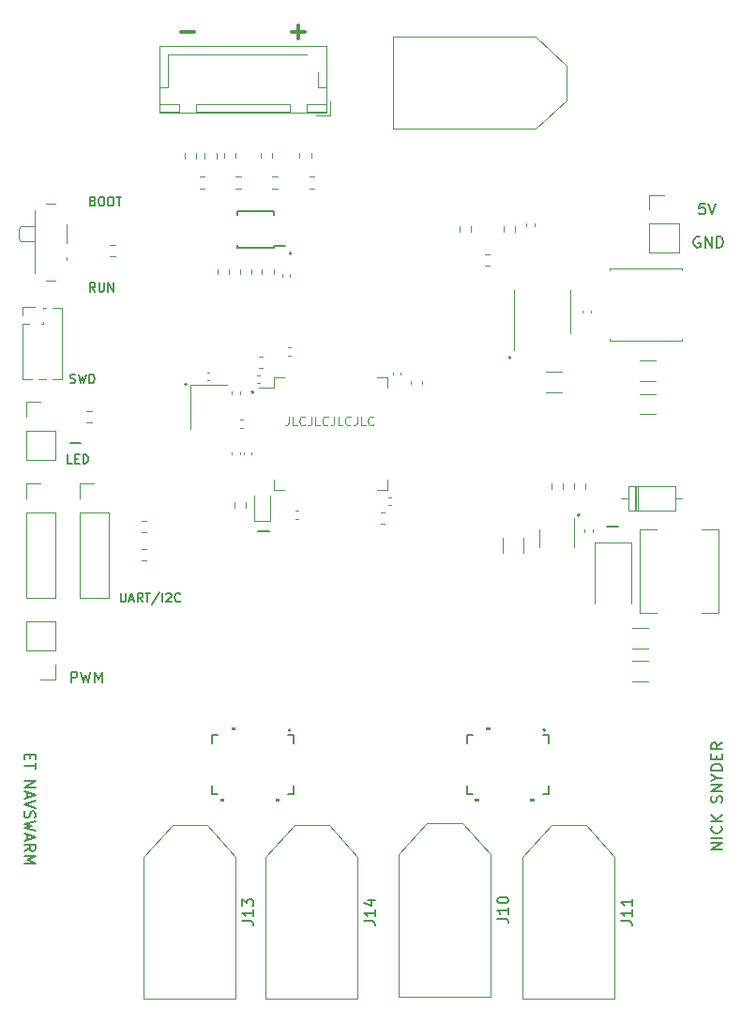
<source format=gbr>
%TF.GenerationSoftware,KiCad,Pcbnew,7.0.10*%
%TF.CreationDate,2024-04-17T23:56:12-04:00*%
%TF.ProjectId,BoardDesign,426f6172-6444-4657-9369-676e2e6b6963,rev?*%
%TF.SameCoordinates,Original*%
%TF.FileFunction,Legend,Top*%
%TF.FilePolarity,Positive*%
%FSLAX46Y46*%
G04 Gerber Fmt 4.6, Leading zero omitted, Abs format (unit mm)*
G04 Created by KiCad (PCBNEW 7.0.10) date 2024-04-17 23:56:12*
%MOMM*%
%LPD*%
G01*
G04 APERTURE LIST*
%ADD10C,0.150000*%
%ADD11C,0.200000*%
%ADD12C,0.300000*%
%ADD13C,0.100000*%
%ADD14C,0.120000*%
%ADD15C,0.152400*%
G04 APERTURE END LIST*
D10*
X156860588Y-117917438D02*
X156765350Y-117869819D01*
X156765350Y-117869819D02*
X156622493Y-117869819D01*
X156622493Y-117869819D02*
X156479636Y-117917438D01*
X156479636Y-117917438D02*
X156384398Y-118012676D01*
X156384398Y-118012676D02*
X156336779Y-118107914D01*
X156336779Y-118107914D02*
X156289160Y-118298390D01*
X156289160Y-118298390D02*
X156289160Y-118441247D01*
X156289160Y-118441247D02*
X156336779Y-118631723D01*
X156336779Y-118631723D02*
X156384398Y-118726961D01*
X156384398Y-118726961D02*
X156479636Y-118822200D01*
X156479636Y-118822200D02*
X156622493Y-118869819D01*
X156622493Y-118869819D02*
X156717731Y-118869819D01*
X156717731Y-118869819D02*
X156860588Y-118822200D01*
X156860588Y-118822200D02*
X156908207Y-118774580D01*
X156908207Y-118774580D02*
X156908207Y-118441247D01*
X156908207Y-118441247D02*
X156717731Y-118441247D01*
X157336779Y-118869819D02*
X157336779Y-117869819D01*
X157336779Y-117869819D02*
X157908207Y-118869819D01*
X157908207Y-118869819D02*
X157908207Y-117869819D01*
X158384398Y-118869819D02*
X158384398Y-117869819D01*
X158384398Y-117869819D02*
X158622493Y-117869819D01*
X158622493Y-117869819D02*
X158765350Y-117917438D01*
X158765350Y-117917438D02*
X158860588Y-118012676D01*
X158860588Y-118012676D02*
X158908207Y-118107914D01*
X158908207Y-118107914D02*
X158955826Y-118298390D01*
X158955826Y-118298390D02*
X158955826Y-118441247D01*
X158955826Y-118441247D02*
X158908207Y-118631723D01*
X158908207Y-118631723D02*
X158860588Y-118726961D01*
X158860588Y-118726961D02*
X158765350Y-118822200D01*
X158765350Y-118822200D02*
X158622493Y-118869819D01*
X158622493Y-118869819D02*
X158384398Y-118869819D01*
X157312969Y-114869819D02*
X156836779Y-114869819D01*
X156836779Y-114869819D02*
X156789160Y-115346009D01*
X156789160Y-115346009D02*
X156836779Y-115298390D01*
X156836779Y-115298390D02*
X156932017Y-115250771D01*
X156932017Y-115250771D02*
X157170112Y-115250771D01*
X157170112Y-115250771D02*
X157265350Y-115298390D01*
X157265350Y-115298390D02*
X157312969Y-115346009D01*
X157312969Y-115346009D02*
X157360588Y-115441247D01*
X157360588Y-115441247D02*
X157360588Y-115679342D01*
X157360588Y-115679342D02*
X157312969Y-115774580D01*
X157312969Y-115774580D02*
X157265350Y-115822200D01*
X157265350Y-115822200D02*
X157170112Y-115869819D01*
X157170112Y-115869819D02*
X156932017Y-115869819D01*
X156932017Y-115869819D02*
X156836779Y-115822200D01*
X156836779Y-115822200D02*
X156789160Y-115774580D01*
X157646303Y-114869819D02*
X157979636Y-115869819D01*
X157979636Y-115869819D02*
X158312969Y-114869819D01*
X100000000Y-136500000D02*
X101000000Y-136500000D01*
X117000000Y-144500000D02*
X118000000Y-144500000D01*
X148500000Y-144000000D02*
X149500000Y-144000000D01*
D11*
X146000000Y-143000000D02*
G75*
G03*
X145800000Y-143000000I-100000J0D01*
G01*
X145800000Y-143000000D02*
G75*
G03*
X146000000Y-143000000I100000J0D01*
G01*
X119900000Y-162400000D02*
G75*
G03*
X119700000Y-162400000I-100000J0D01*
G01*
X119700000Y-162400000D02*
G75*
G03*
X119900000Y-162400000I100000J0D01*
G01*
X139800000Y-128800000D02*
G75*
G03*
X139600000Y-128800000I-100000J0D01*
G01*
X139600000Y-128800000D02*
G75*
G03*
X139800000Y-128800000I100000J0D01*
G01*
X120000000Y-119400000D02*
G75*
G03*
X119800000Y-119400000I-100000J0D01*
G01*
X119800000Y-119400000D02*
G75*
G03*
X120000000Y-119400000I100000J0D01*
G01*
X142900000Y-162400000D02*
G75*
G03*
X142700000Y-162400000I-100000J0D01*
G01*
X142700000Y-162400000D02*
G75*
G03*
X142900000Y-162400000I100000J0D01*
G01*
D10*
X110520711Y-131200000D02*
G75*
G03*
X110379289Y-131200000I-70711J0D01*
G01*
X110379289Y-131200000D02*
G75*
G03*
X110520711Y-131200000I70711J0D01*
G01*
D11*
X116600000Y-131900000D02*
G75*
G03*
X116400000Y-131900000I-100000J0D01*
G01*
X116400000Y-131900000D02*
G75*
G03*
X116600000Y-131900000I100000J0D01*
G01*
D10*
X100086779Y-158119819D02*
X100086779Y-157119819D01*
X100086779Y-157119819D02*
X100467731Y-157119819D01*
X100467731Y-157119819D02*
X100562969Y-157167438D01*
X100562969Y-157167438D02*
X100610588Y-157215057D01*
X100610588Y-157215057D02*
X100658207Y-157310295D01*
X100658207Y-157310295D02*
X100658207Y-157453152D01*
X100658207Y-157453152D02*
X100610588Y-157548390D01*
X100610588Y-157548390D02*
X100562969Y-157596009D01*
X100562969Y-157596009D02*
X100467731Y-157643628D01*
X100467731Y-157643628D02*
X100086779Y-157643628D01*
X100991541Y-157119819D02*
X101229636Y-158119819D01*
X101229636Y-158119819D02*
X101420112Y-157405533D01*
X101420112Y-157405533D02*
X101610588Y-158119819D01*
X101610588Y-158119819D02*
X101848684Y-157119819D01*
X102229636Y-158119819D02*
X102229636Y-157119819D01*
X102229636Y-157119819D02*
X102562969Y-157834104D01*
X102562969Y-157834104D02*
X102896302Y-157119819D01*
X102896302Y-157119819D02*
X102896302Y-158119819D01*
D12*
X120054510Y-99429400D02*
X121197368Y-99429400D01*
X120625939Y-100000828D02*
X120625939Y-98857971D01*
D11*
X100203006Y-138341695D02*
X99822054Y-138341695D01*
X99822054Y-138341695D02*
X99822054Y-137541695D01*
X100469673Y-137922647D02*
X100736339Y-137922647D01*
X100850625Y-138341695D02*
X100469673Y-138341695D01*
X100469673Y-138341695D02*
X100469673Y-137541695D01*
X100469673Y-137541695D02*
X100850625Y-137541695D01*
X101193483Y-138341695D02*
X101193483Y-137541695D01*
X101193483Y-137541695D02*
X101383959Y-137541695D01*
X101383959Y-137541695D02*
X101498245Y-137579790D01*
X101498245Y-137579790D02*
X101574435Y-137655980D01*
X101574435Y-137655980D02*
X101612530Y-137732171D01*
X101612530Y-137732171D02*
X101650626Y-137884552D01*
X101650626Y-137884552D02*
X101650626Y-137998838D01*
X101650626Y-137998838D02*
X101612530Y-138151219D01*
X101612530Y-138151219D02*
X101574435Y-138227409D01*
X101574435Y-138227409D02*
X101498245Y-138303600D01*
X101498245Y-138303600D02*
X101383959Y-138341695D01*
X101383959Y-138341695D02*
X101193483Y-138341695D01*
X100033958Y-131053600D02*
X100148244Y-131091695D01*
X100148244Y-131091695D02*
X100338720Y-131091695D01*
X100338720Y-131091695D02*
X100414911Y-131053600D01*
X100414911Y-131053600D02*
X100453006Y-131015504D01*
X100453006Y-131015504D02*
X100491101Y-130939314D01*
X100491101Y-130939314D02*
X100491101Y-130863123D01*
X100491101Y-130863123D02*
X100453006Y-130786933D01*
X100453006Y-130786933D02*
X100414911Y-130748838D01*
X100414911Y-130748838D02*
X100338720Y-130710742D01*
X100338720Y-130710742D02*
X100186339Y-130672647D01*
X100186339Y-130672647D02*
X100110149Y-130634552D01*
X100110149Y-130634552D02*
X100072054Y-130596457D01*
X100072054Y-130596457D02*
X100033958Y-130520266D01*
X100033958Y-130520266D02*
X100033958Y-130444076D01*
X100033958Y-130444076D02*
X100072054Y-130367885D01*
X100072054Y-130367885D02*
X100110149Y-130329790D01*
X100110149Y-130329790D02*
X100186339Y-130291695D01*
X100186339Y-130291695D02*
X100376816Y-130291695D01*
X100376816Y-130291695D02*
X100491101Y-130329790D01*
X100757768Y-130291695D02*
X100948244Y-131091695D01*
X100948244Y-131091695D02*
X101100625Y-130520266D01*
X101100625Y-130520266D02*
X101253006Y-131091695D01*
X101253006Y-131091695D02*
X101443483Y-130291695D01*
X101748245Y-131091695D02*
X101748245Y-130291695D01*
X101748245Y-130291695D02*
X101938721Y-130291695D01*
X101938721Y-130291695D02*
X102053007Y-130329790D01*
X102053007Y-130329790D02*
X102129197Y-130405980D01*
X102129197Y-130405980D02*
X102167292Y-130482171D01*
X102167292Y-130482171D02*
X102205388Y-130634552D01*
X102205388Y-130634552D02*
X102205388Y-130748838D01*
X102205388Y-130748838D02*
X102167292Y-130901219D01*
X102167292Y-130901219D02*
X102129197Y-130977409D01*
X102129197Y-130977409D02*
X102053007Y-131053600D01*
X102053007Y-131053600D02*
X101938721Y-131091695D01*
X101938721Y-131091695D02*
X101748245Y-131091695D01*
X102279197Y-122841695D02*
X102012530Y-122460742D01*
X101822054Y-122841695D02*
X101822054Y-122041695D01*
X101822054Y-122041695D02*
X102126816Y-122041695D01*
X102126816Y-122041695D02*
X102203006Y-122079790D01*
X102203006Y-122079790D02*
X102241101Y-122117885D01*
X102241101Y-122117885D02*
X102279197Y-122194076D01*
X102279197Y-122194076D02*
X102279197Y-122308361D01*
X102279197Y-122308361D02*
X102241101Y-122384552D01*
X102241101Y-122384552D02*
X102203006Y-122422647D01*
X102203006Y-122422647D02*
X102126816Y-122460742D01*
X102126816Y-122460742D02*
X101822054Y-122460742D01*
X102622054Y-122041695D02*
X102622054Y-122689314D01*
X102622054Y-122689314D02*
X102660149Y-122765504D01*
X102660149Y-122765504D02*
X102698244Y-122803600D01*
X102698244Y-122803600D02*
X102774435Y-122841695D01*
X102774435Y-122841695D02*
X102926816Y-122841695D01*
X102926816Y-122841695D02*
X103003006Y-122803600D01*
X103003006Y-122803600D02*
X103041101Y-122765504D01*
X103041101Y-122765504D02*
X103079197Y-122689314D01*
X103079197Y-122689314D02*
X103079197Y-122041695D01*
X103460149Y-122841695D02*
X103460149Y-122041695D01*
X103460149Y-122041695D02*
X103917292Y-122841695D01*
X103917292Y-122841695D02*
X103917292Y-122041695D01*
D13*
X119734836Y-134096895D02*
X119734836Y-134668323D01*
X119734836Y-134668323D02*
X119696741Y-134782609D01*
X119696741Y-134782609D02*
X119620550Y-134858800D01*
X119620550Y-134858800D02*
X119506265Y-134896895D01*
X119506265Y-134896895D02*
X119430074Y-134896895D01*
X120496741Y-134896895D02*
X120115789Y-134896895D01*
X120115789Y-134896895D02*
X120115789Y-134096895D01*
X121220551Y-134820704D02*
X121182455Y-134858800D01*
X121182455Y-134858800D02*
X121068170Y-134896895D01*
X121068170Y-134896895D02*
X120991979Y-134896895D01*
X120991979Y-134896895D02*
X120877693Y-134858800D01*
X120877693Y-134858800D02*
X120801503Y-134782609D01*
X120801503Y-134782609D02*
X120763408Y-134706419D01*
X120763408Y-134706419D02*
X120725312Y-134554038D01*
X120725312Y-134554038D02*
X120725312Y-134439752D01*
X120725312Y-134439752D02*
X120763408Y-134287371D01*
X120763408Y-134287371D02*
X120801503Y-134211180D01*
X120801503Y-134211180D02*
X120877693Y-134134990D01*
X120877693Y-134134990D02*
X120991979Y-134096895D01*
X120991979Y-134096895D02*
X121068170Y-134096895D01*
X121068170Y-134096895D02*
X121182455Y-134134990D01*
X121182455Y-134134990D02*
X121220551Y-134173085D01*
X121791979Y-134096895D02*
X121791979Y-134668323D01*
X121791979Y-134668323D02*
X121753884Y-134782609D01*
X121753884Y-134782609D02*
X121677693Y-134858800D01*
X121677693Y-134858800D02*
X121563408Y-134896895D01*
X121563408Y-134896895D02*
X121487217Y-134896895D01*
X122553884Y-134896895D02*
X122172932Y-134896895D01*
X122172932Y-134896895D02*
X122172932Y-134096895D01*
X123277694Y-134820704D02*
X123239598Y-134858800D01*
X123239598Y-134858800D02*
X123125313Y-134896895D01*
X123125313Y-134896895D02*
X123049122Y-134896895D01*
X123049122Y-134896895D02*
X122934836Y-134858800D01*
X122934836Y-134858800D02*
X122858646Y-134782609D01*
X122858646Y-134782609D02*
X122820551Y-134706419D01*
X122820551Y-134706419D02*
X122782455Y-134554038D01*
X122782455Y-134554038D02*
X122782455Y-134439752D01*
X122782455Y-134439752D02*
X122820551Y-134287371D01*
X122820551Y-134287371D02*
X122858646Y-134211180D01*
X122858646Y-134211180D02*
X122934836Y-134134990D01*
X122934836Y-134134990D02*
X123049122Y-134096895D01*
X123049122Y-134096895D02*
X123125313Y-134096895D01*
X123125313Y-134096895D02*
X123239598Y-134134990D01*
X123239598Y-134134990D02*
X123277694Y-134173085D01*
X123849122Y-134096895D02*
X123849122Y-134668323D01*
X123849122Y-134668323D02*
X123811027Y-134782609D01*
X123811027Y-134782609D02*
X123734836Y-134858800D01*
X123734836Y-134858800D02*
X123620551Y-134896895D01*
X123620551Y-134896895D02*
X123544360Y-134896895D01*
X124611027Y-134896895D02*
X124230075Y-134896895D01*
X124230075Y-134896895D02*
X124230075Y-134096895D01*
X125334837Y-134820704D02*
X125296741Y-134858800D01*
X125296741Y-134858800D02*
X125182456Y-134896895D01*
X125182456Y-134896895D02*
X125106265Y-134896895D01*
X125106265Y-134896895D02*
X124991979Y-134858800D01*
X124991979Y-134858800D02*
X124915789Y-134782609D01*
X124915789Y-134782609D02*
X124877694Y-134706419D01*
X124877694Y-134706419D02*
X124839598Y-134554038D01*
X124839598Y-134554038D02*
X124839598Y-134439752D01*
X124839598Y-134439752D02*
X124877694Y-134287371D01*
X124877694Y-134287371D02*
X124915789Y-134211180D01*
X124915789Y-134211180D02*
X124991979Y-134134990D01*
X124991979Y-134134990D02*
X125106265Y-134096895D01*
X125106265Y-134096895D02*
X125182456Y-134096895D01*
X125182456Y-134096895D02*
X125296741Y-134134990D01*
X125296741Y-134134990D02*
X125334837Y-134173085D01*
X125906265Y-134096895D02*
X125906265Y-134668323D01*
X125906265Y-134668323D02*
X125868170Y-134782609D01*
X125868170Y-134782609D02*
X125791979Y-134858800D01*
X125791979Y-134858800D02*
X125677694Y-134896895D01*
X125677694Y-134896895D02*
X125601503Y-134896895D01*
X126668170Y-134896895D02*
X126287218Y-134896895D01*
X126287218Y-134896895D02*
X126287218Y-134096895D01*
X127391980Y-134820704D02*
X127353884Y-134858800D01*
X127353884Y-134858800D02*
X127239599Y-134896895D01*
X127239599Y-134896895D02*
X127163408Y-134896895D01*
X127163408Y-134896895D02*
X127049122Y-134858800D01*
X127049122Y-134858800D02*
X126972932Y-134782609D01*
X126972932Y-134782609D02*
X126934837Y-134706419D01*
X126934837Y-134706419D02*
X126896741Y-134554038D01*
X126896741Y-134554038D02*
X126896741Y-134439752D01*
X126896741Y-134439752D02*
X126934837Y-134287371D01*
X126934837Y-134287371D02*
X126972932Y-134211180D01*
X126972932Y-134211180D02*
X127049122Y-134134990D01*
X127049122Y-134134990D02*
X127163408Y-134096895D01*
X127163408Y-134096895D02*
X127239599Y-134096895D01*
X127239599Y-134096895D02*
X127353884Y-134134990D01*
X127353884Y-134134990D02*
X127391980Y-134173085D01*
D10*
X96403990Y-164586779D02*
X96403990Y-164920112D01*
X95880180Y-165062969D02*
X95880180Y-164586779D01*
X95880180Y-164586779D02*
X96880180Y-164586779D01*
X96880180Y-164586779D02*
X96880180Y-165062969D01*
X96880180Y-165348684D02*
X96880180Y-165920112D01*
X95880180Y-165634398D02*
X96880180Y-165634398D01*
X95880180Y-167015351D02*
X96880180Y-167015351D01*
X96880180Y-167015351D02*
X95880180Y-167586779D01*
X95880180Y-167586779D02*
X96880180Y-167586779D01*
X96165895Y-168015351D02*
X96165895Y-168491541D01*
X95880180Y-167920113D02*
X96880180Y-168253446D01*
X96880180Y-168253446D02*
X95880180Y-168586779D01*
X96880180Y-168777256D02*
X95880180Y-169110589D01*
X95880180Y-169110589D02*
X96880180Y-169443922D01*
X95927800Y-169729637D02*
X95880180Y-169872494D01*
X95880180Y-169872494D02*
X95880180Y-170110589D01*
X95880180Y-170110589D02*
X95927800Y-170205827D01*
X95927800Y-170205827D02*
X95975419Y-170253446D01*
X95975419Y-170253446D02*
X96070657Y-170301065D01*
X96070657Y-170301065D02*
X96165895Y-170301065D01*
X96165895Y-170301065D02*
X96261133Y-170253446D01*
X96261133Y-170253446D02*
X96308752Y-170205827D01*
X96308752Y-170205827D02*
X96356371Y-170110589D01*
X96356371Y-170110589D02*
X96403990Y-169920113D01*
X96403990Y-169920113D02*
X96451609Y-169824875D01*
X96451609Y-169824875D02*
X96499228Y-169777256D01*
X96499228Y-169777256D02*
X96594466Y-169729637D01*
X96594466Y-169729637D02*
X96689704Y-169729637D01*
X96689704Y-169729637D02*
X96784942Y-169777256D01*
X96784942Y-169777256D02*
X96832561Y-169824875D01*
X96832561Y-169824875D02*
X96880180Y-169920113D01*
X96880180Y-169920113D02*
X96880180Y-170158208D01*
X96880180Y-170158208D02*
X96832561Y-170301065D01*
X96880180Y-170634399D02*
X95880180Y-170872494D01*
X95880180Y-170872494D02*
X96594466Y-171062970D01*
X96594466Y-171062970D02*
X95880180Y-171253446D01*
X95880180Y-171253446D02*
X96880180Y-171491542D01*
X96165895Y-171824875D02*
X96165895Y-172301065D01*
X95880180Y-171729637D02*
X96880180Y-172062970D01*
X96880180Y-172062970D02*
X95880180Y-172396303D01*
X95880180Y-173301065D02*
X96356371Y-172967732D01*
X95880180Y-172729637D02*
X96880180Y-172729637D01*
X96880180Y-172729637D02*
X96880180Y-173110589D01*
X96880180Y-173110589D02*
X96832561Y-173205827D01*
X96832561Y-173205827D02*
X96784942Y-173253446D01*
X96784942Y-173253446D02*
X96689704Y-173301065D01*
X96689704Y-173301065D02*
X96546847Y-173301065D01*
X96546847Y-173301065D02*
X96451609Y-173253446D01*
X96451609Y-173253446D02*
X96403990Y-173205827D01*
X96403990Y-173205827D02*
X96356371Y-173110589D01*
X96356371Y-173110589D02*
X96356371Y-172729637D01*
X95880180Y-173729637D02*
X96880180Y-173729637D01*
X96880180Y-173729637D02*
X96165895Y-174062970D01*
X96165895Y-174062970D02*
X96880180Y-174396303D01*
X96880180Y-174396303D02*
X95880180Y-174396303D01*
D11*
X104572054Y-150041695D02*
X104572054Y-150689314D01*
X104572054Y-150689314D02*
X104610149Y-150765504D01*
X104610149Y-150765504D02*
X104648244Y-150803600D01*
X104648244Y-150803600D02*
X104724435Y-150841695D01*
X104724435Y-150841695D02*
X104876816Y-150841695D01*
X104876816Y-150841695D02*
X104953006Y-150803600D01*
X104953006Y-150803600D02*
X104991101Y-150765504D01*
X104991101Y-150765504D02*
X105029197Y-150689314D01*
X105029197Y-150689314D02*
X105029197Y-150041695D01*
X105372053Y-150613123D02*
X105753006Y-150613123D01*
X105295863Y-150841695D02*
X105562530Y-150041695D01*
X105562530Y-150041695D02*
X105829196Y-150841695D01*
X106553006Y-150841695D02*
X106286339Y-150460742D01*
X106095863Y-150841695D02*
X106095863Y-150041695D01*
X106095863Y-150041695D02*
X106400625Y-150041695D01*
X106400625Y-150041695D02*
X106476815Y-150079790D01*
X106476815Y-150079790D02*
X106514910Y-150117885D01*
X106514910Y-150117885D02*
X106553006Y-150194076D01*
X106553006Y-150194076D02*
X106553006Y-150308361D01*
X106553006Y-150308361D02*
X106514910Y-150384552D01*
X106514910Y-150384552D02*
X106476815Y-150422647D01*
X106476815Y-150422647D02*
X106400625Y-150460742D01*
X106400625Y-150460742D02*
X106095863Y-150460742D01*
X106781577Y-150041695D02*
X107238720Y-150041695D01*
X107010148Y-150841695D02*
X107010148Y-150041695D01*
X108076815Y-150003600D02*
X107391101Y-151032171D01*
X108343482Y-150841695D02*
X108343482Y-150041695D01*
X108686338Y-150117885D02*
X108724434Y-150079790D01*
X108724434Y-150079790D02*
X108800624Y-150041695D01*
X108800624Y-150041695D02*
X108991100Y-150041695D01*
X108991100Y-150041695D02*
X109067291Y-150079790D01*
X109067291Y-150079790D02*
X109105386Y-150117885D01*
X109105386Y-150117885D02*
X109143481Y-150194076D01*
X109143481Y-150194076D02*
X109143481Y-150270266D01*
X109143481Y-150270266D02*
X109105386Y-150384552D01*
X109105386Y-150384552D02*
X108648243Y-150841695D01*
X108648243Y-150841695D02*
X109143481Y-150841695D01*
X109943482Y-150765504D02*
X109905386Y-150803600D01*
X109905386Y-150803600D02*
X109791101Y-150841695D01*
X109791101Y-150841695D02*
X109714910Y-150841695D01*
X109714910Y-150841695D02*
X109600624Y-150803600D01*
X109600624Y-150803600D02*
X109524434Y-150727409D01*
X109524434Y-150727409D02*
X109486339Y-150651219D01*
X109486339Y-150651219D02*
X109448243Y-150498838D01*
X109448243Y-150498838D02*
X109448243Y-150384552D01*
X109448243Y-150384552D02*
X109486339Y-150232171D01*
X109486339Y-150232171D02*
X109524434Y-150155980D01*
X109524434Y-150155980D02*
X109600624Y-150079790D01*
X109600624Y-150079790D02*
X109714910Y-150041695D01*
X109714910Y-150041695D02*
X109791101Y-150041695D01*
X109791101Y-150041695D02*
X109905386Y-150079790D01*
X109905386Y-150079790D02*
X109943482Y-150117885D01*
X102088720Y-114672647D02*
X102203006Y-114710742D01*
X102203006Y-114710742D02*
X102241101Y-114748838D01*
X102241101Y-114748838D02*
X102279197Y-114825028D01*
X102279197Y-114825028D02*
X102279197Y-114939314D01*
X102279197Y-114939314D02*
X102241101Y-115015504D01*
X102241101Y-115015504D02*
X102203006Y-115053600D01*
X102203006Y-115053600D02*
X102126816Y-115091695D01*
X102126816Y-115091695D02*
X101822054Y-115091695D01*
X101822054Y-115091695D02*
X101822054Y-114291695D01*
X101822054Y-114291695D02*
X102088720Y-114291695D01*
X102088720Y-114291695D02*
X102164911Y-114329790D01*
X102164911Y-114329790D02*
X102203006Y-114367885D01*
X102203006Y-114367885D02*
X102241101Y-114444076D01*
X102241101Y-114444076D02*
X102241101Y-114520266D01*
X102241101Y-114520266D02*
X102203006Y-114596457D01*
X102203006Y-114596457D02*
X102164911Y-114634552D01*
X102164911Y-114634552D02*
X102088720Y-114672647D01*
X102088720Y-114672647D02*
X101822054Y-114672647D01*
X102774435Y-114291695D02*
X102926816Y-114291695D01*
X102926816Y-114291695D02*
X103003006Y-114329790D01*
X103003006Y-114329790D02*
X103079197Y-114405980D01*
X103079197Y-114405980D02*
X103117292Y-114558361D01*
X103117292Y-114558361D02*
X103117292Y-114825028D01*
X103117292Y-114825028D02*
X103079197Y-114977409D01*
X103079197Y-114977409D02*
X103003006Y-115053600D01*
X103003006Y-115053600D02*
X102926816Y-115091695D01*
X102926816Y-115091695D02*
X102774435Y-115091695D01*
X102774435Y-115091695D02*
X102698244Y-115053600D01*
X102698244Y-115053600D02*
X102622054Y-114977409D01*
X102622054Y-114977409D02*
X102583958Y-114825028D01*
X102583958Y-114825028D02*
X102583958Y-114558361D01*
X102583958Y-114558361D02*
X102622054Y-114405980D01*
X102622054Y-114405980D02*
X102698244Y-114329790D01*
X102698244Y-114329790D02*
X102774435Y-114291695D01*
X103612530Y-114291695D02*
X103764911Y-114291695D01*
X103764911Y-114291695D02*
X103841101Y-114329790D01*
X103841101Y-114329790D02*
X103917292Y-114405980D01*
X103917292Y-114405980D02*
X103955387Y-114558361D01*
X103955387Y-114558361D02*
X103955387Y-114825028D01*
X103955387Y-114825028D02*
X103917292Y-114977409D01*
X103917292Y-114977409D02*
X103841101Y-115053600D01*
X103841101Y-115053600D02*
X103764911Y-115091695D01*
X103764911Y-115091695D02*
X103612530Y-115091695D01*
X103612530Y-115091695D02*
X103536339Y-115053600D01*
X103536339Y-115053600D02*
X103460149Y-114977409D01*
X103460149Y-114977409D02*
X103422053Y-114825028D01*
X103422053Y-114825028D02*
X103422053Y-114558361D01*
X103422053Y-114558361D02*
X103460149Y-114405980D01*
X103460149Y-114405980D02*
X103536339Y-114329790D01*
X103536339Y-114329790D02*
X103612530Y-114291695D01*
X104183958Y-114291695D02*
X104641101Y-114291695D01*
X104412529Y-115091695D02*
X104412529Y-114291695D01*
D12*
X110054510Y-99429400D02*
X111197368Y-99429400D01*
D10*
X158869819Y-173163220D02*
X157869819Y-173163220D01*
X157869819Y-173163220D02*
X158869819Y-172591792D01*
X158869819Y-172591792D02*
X157869819Y-172591792D01*
X158869819Y-172115601D02*
X157869819Y-172115601D01*
X158774580Y-171067983D02*
X158822200Y-171115602D01*
X158822200Y-171115602D02*
X158869819Y-171258459D01*
X158869819Y-171258459D02*
X158869819Y-171353697D01*
X158869819Y-171353697D02*
X158822200Y-171496554D01*
X158822200Y-171496554D02*
X158726961Y-171591792D01*
X158726961Y-171591792D02*
X158631723Y-171639411D01*
X158631723Y-171639411D02*
X158441247Y-171687030D01*
X158441247Y-171687030D02*
X158298390Y-171687030D01*
X158298390Y-171687030D02*
X158107914Y-171639411D01*
X158107914Y-171639411D02*
X158012676Y-171591792D01*
X158012676Y-171591792D02*
X157917438Y-171496554D01*
X157917438Y-171496554D02*
X157869819Y-171353697D01*
X157869819Y-171353697D02*
X157869819Y-171258459D01*
X157869819Y-171258459D02*
X157917438Y-171115602D01*
X157917438Y-171115602D02*
X157965057Y-171067983D01*
X158869819Y-170639411D02*
X157869819Y-170639411D01*
X158869819Y-170067983D02*
X158298390Y-170496554D01*
X157869819Y-170067983D02*
X158441247Y-170639411D01*
X158822200Y-168925125D02*
X158869819Y-168782268D01*
X158869819Y-168782268D02*
X158869819Y-168544173D01*
X158869819Y-168544173D02*
X158822200Y-168448935D01*
X158822200Y-168448935D02*
X158774580Y-168401316D01*
X158774580Y-168401316D02*
X158679342Y-168353697D01*
X158679342Y-168353697D02*
X158584104Y-168353697D01*
X158584104Y-168353697D02*
X158488866Y-168401316D01*
X158488866Y-168401316D02*
X158441247Y-168448935D01*
X158441247Y-168448935D02*
X158393628Y-168544173D01*
X158393628Y-168544173D02*
X158346009Y-168734649D01*
X158346009Y-168734649D02*
X158298390Y-168829887D01*
X158298390Y-168829887D02*
X158250771Y-168877506D01*
X158250771Y-168877506D02*
X158155533Y-168925125D01*
X158155533Y-168925125D02*
X158060295Y-168925125D01*
X158060295Y-168925125D02*
X157965057Y-168877506D01*
X157965057Y-168877506D02*
X157917438Y-168829887D01*
X157917438Y-168829887D02*
X157869819Y-168734649D01*
X157869819Y-168734649D02*
X157869819Y-168496554D01*
X157869819Y-168496554D02*
X157917438Y-168353697D01*
X158869819Y-167925125D02*
X157869819Y-167925125D01*
X157869819Y-167925125D02*
X158869819Y-167353697D01*
X158869819Y-167353697D02*
X157869819Y-167353697D01*
X158393628Y-166687030D02*
X158869819Y-166687030D01*
X157869819Y-167020363D02*
X158393628Y-166687030D01*
X158393628Y-166687030D02*
X157869819Y-166353697D01*
X158869819Y-166020363D02*
X157869819Y-166020363D01*
X157869819Y-166020363D02*
X157869819Y-165782268D01*
X157869819Y-165782268D02*
X157917438Y-165639411D01*
X157917438Y-165639411D02*
X158012676Y-165544173D01*
X158012676Y-165544173D02*
X158107914Y-165496554D01*
X158107914Y-165496554D02*
X158298390Y-165448935D01*
X158298390Y-165448935D02*
X158441247Y-165448935D01*
X158441247Y-165448935D02*
X158631723Y-165496554D01*
X158631723Y-165496554D02*
X158726961Y-165544173D01*
X158726961Y-165544173D02*
X158822200Y-165639411D01*
X158822200Y-165639411D02*
X158869819Y-165782268D01*
X158869819Y-165782268D02*
X158869819Y-166020363D01*
X158346009Y-165020363D02*
X158346009Y-164687030D01*
X158869819Y-164544173D02*
X158869819Y-165020363D01*
X158869819Y-165020363D02*
X157869819Y-165020363D01*
X157869819Y-165020363D02*
X157869819Y-164544173D01*
X158869819Y-163544173D02*
X158393628Y-163877506D01*
X158869819Y-164115601D02*
X157869819Y-164115601D01*
X157869819Y-164115601D02*
X157869819Y-163734649D01*
X157869819Y-163734649D02*
X157917438Y-163639411D01*
X157917438Y-163639411D02*
X157965057Y-163591792D01*
X157965057Y-163591792D02*
X158060295Y-163544173D01*
X158060295Y-163544173D02*
X158203152Y-163544173D01*
X158203152Y-163544173D02*
X158298390Y-163591792D01*
X158298390Y-163591792D02*
X158346009Y-163639411D01*
X158346009Y-163639411D02*
X158393628Y-163734649D01*
X158393628Y-163734649D02*
X158393628Y-164115601D01*
X149754819Y-179609523D02*
X150469104Y-179609523D01*
X150469104Y-179609523D02*
X150611961Y-179657142D01*
X150611961Y-179657142D02*
X150707200Y-179752380D01*
X150707200Y-179752380D02*
X150754819Y-179895237D01*
X150754819Y-179895237D02*
X150754819Y-179990475D01*
X150754819Y-178609523D02*
X150754819Y-179180951D01*
X150754819Y-178895237D02*
X149754819Y-178895237D01*
X149754819Y-178895237D02*
X149897676Y-178990475D01*
X149897676Y-178990475D02*
X149992914Y-179085713D01*
X149992914Y-179085713D02*
X150040533Y-179180951D01*
X150754819Y-177657142D02*
X150754819Y-178228570D01*
X150754819Y-177942856D02*
X149754819Y-177942856D01*
X149754819Y-177942856D02*
X149897676Y-178038094D01*
X149897676Y-178038094D02*
X149992914Y-178133332D01*
X149992914Y-178133332D02*
X150040533Y-178228570D01*
X126554819Y-179609523D02*
X127269104Y-179609523D01*
X127269104Y-179609523D02*
X127411961Y-179657142D01*
X127411961Y-179657142D02*
X127507200Y-179752380D01*
X127507200Y-179752380D02*
X127554819Y-179895237D01*
X127554819Y-179895237D02*
X127554819Y-179990475D01*
X127554819Y-178609523D02*
X127554819Y-179180951D01*
X127554819Y-178895237D02*
X126554819Y-178895237D01*
X126554819Y-178895237D02*
X126697676Y-178990475D01*
X126697676Y-178990475D02*
X126792914Y-179085713D01*
X126792914Y-179085713D02*
X126840533Y-179180951D01*
X126888152Y-177752380D02*
X127554819Y-177752380D01*
X126507200Y-177990475D02*
X127221485Y-178228570D01*
X127221485Y-178228570D02*
X127221485Y-177609523D01*
X115554819Y-179609523D02*
X116269104Y-179609523D01*
X116269104Y-179609523D02*
X116411961Y-179657142D01*
X116411961Y-179657142D02*
X116507200Y-179752380D01*
X116507200Y-179752380D02*
X116554819Y-179895237D01*
X116554819Y-179895237D02*
X116554819Y-179990475D01*
X116554819Y-178609523D02*
X116554819Y-179180951D01*
X116554819Y-178895237D02*
X115554819Y-178895237D01*
X115554819Y-178895237D02*
X115697676Y-178990475D01*
X115697676Y-178990475D02*
X115792914Y-179085713D01*
X115792914Y-179085713D02*
X115840533Y-179180951D01*
X115554819Y-178276189D02*
X115554819Y-177657142D01*
X115554819Y-177657142D02*
X115935771Y-177990475D01*
X115935771Y-177990475D02*
X115935771Y-177847618D01*
X115935771Y-177847618D02*
X115983390Y-177752380D01*
X115983390Y-177752380D02*
X116031009Y-177704761D01*
X116031009Y-177704761D02*
X116126247Y-177657142D01*
X116126247Y-177657142D02*
X116364342Y-177657142D01*
X116364342Y-177657142D02*
X116459580Y-177704761D01*
X116459580Y-177704761D02*
X116507200Y-177752380D01*
X116507200Y-177752380D02*
X116554819Y-177847618D01*
X116554819Y-177847618D02*
X116554819Y-178133332D01*
X116554819Y-178133332D02*
X116507200Y-178228570D01*
X116507200Y-178228570D02*
X116459580Y-178276189D01*
X138554819Y-179409523D02*
X139269104Y-179409523D01*
X139269104Y-179409523D02*
X139411961Y-179457142D01*
X139411961Y-179457142D02*
X139507200Y-179552380D01*
X139507200Y-179552380D02*
X139554819Y-179695237D01*
X139554819Y-179695237D02*
X139554819Y-179790475D01*
X139554819Y-178409523D02*
X139554819Y-178980951D01*
X139554819Y-178695237D02*
X138554819Y-178695237D01*
X138554819Y-178695237D02*
X138697676Y-178790475D01*
X138697676Y-178790475D02*
X138792914Y-178885713D01*
X138792914Y-178885713D02*
X138840533Y-178980951D01*
X138554819Y-177790475D02*
X138554819Y-177695237D01*
X138554819Y-177695237D02*
X138602438Y-177599999D01*
X138602438Y-177599999D02*
X138650057Y-177552380D01*
X138650057Y-177552380D02*
X138745295Y-177504761D01*
X138745295Y-177504761D02*
X138935771Y-177457142D01*
X138935771Y-177457142D02*
X139173866Y-177457142D01*
X139173866Y-177457142D02*
X139364342Y-177504761D01*
X139364342Y-177504761D02*
X139459580Y-177552380D01*
X139459580Y-177552380D02*
X139507200Y-177599999D01*
X139507200Y-177599999D02*
X139554819Y-177695237D01*
X139554819Y-177695237D02*
X139554819Y-177790475D01*
X139554819Y-177790475D02*
X139507200Y-177885713D01*
X139507200Y-177885713D02*
X139459580Y-177933332D01*
X139459580Y-177933332D02*
X139364342Y-177980951D01*
X139364342Y-177980951D02*
X139173866Y-178028570D01*
X139173866Y-178028570D02*
X138935771Y-178028570D01*
X138935771Y-178028570D02*
X138745295Y-177980951D01*
X138745295Y-177980951D02*
X138650057Y-177933332D01*
X138650057Y-177933332D02*
X138602438Y-177885713D01*
X138602438Y-177885713D02*
X138554819Y-177790475D01*
D14*
%TO.C,C16*%
X152186252Y-158007000D02*
X150763748Y-158007000D01*
X152186252Y-156187000D02*
X150763748Y-156187000D01*
%TO.C,C17*%
X152186252Y-155007000D02*
X150763748Y-155007000D01*
X152186252Y-153187000D02*
X150763748Y-153187000D01*
%TO.C,L3*%
X148740000Y-120740000D02*
X155260000Y-120740000D01*
X148740000Y-127260000D02*
X155260000Y-127260000D01*
X148740000Y-120740000D02*
X148740000Y-120890000D01*
X155260000Y-120740000D02*
X155260000Y-120890000D01*
X148740000Y-127260000D02*
X148740000Y-127110000D01*
X155260000Y-127260000D02*
X155260000Y-127110000D01*
%TO.C,L2*%
X158560000Y-144265000D02*
X158560000Y-151785000D01*
X151440000Y-144265000D02*
X151440000Y-151785000D01*
X158560000Y-144265000D02*
X157010000Y-144265000D01*
X158560000Y-151785000D02*
X157010000Y-151785000D01*
X151440000Y-144265000D02*
X152990000Y-144265000D01*
X151440000Y-151785000D02*
X152990000Y-151785000D01*
%TO.C,J7*%
X95720000Y-124230000D02*
X96850000Y-124230000D01*
X95720000Y-124990000D02*
X95720000Y-124230000D01*
X95720000Y-125750000D02*
X95720000Y-130765000D01*
X95720000Y-125750000D02*
X96286529Y-125750000D01*
X95720000Y-130765000D02*
X96542470Y-130765000D01*
X97157530Y-130765000D02*
X97812470Y-130765000D01*
X97413471Y-125750000D02*
X97556529Y-125750000D01*
X97610000Y-124295000D02*
X97812470Y-124295000D01*
X97610000Y-124426529D02*
X97610000Y-124295000D01*
X97610000Y-125696529D02*
X97610000Y-125553471D01*
X98427530Y-124295000D02*
X99250000Y-124295000D01*
X98427530Y-130765000D02*
X99250000Y-130765000D01*
X99250000Y-124295000D02*
X99250000Y-130765000D01*
%TO.C,R11*%
X136176081Y-116937742D02*
X136176081Y-117412258D01*
X135131081Y-116937742D02*
X135131081Y-117412258D01*
%TO.C,R19*%
X114944082Y-110325742D02*
X114944082Y-110800258D01*
X113899082Y-110325742D02*
X113899082Y-110800258D01*
%TO.C,R17*%
X118262742Y-112477500D02*
X118737258Y-112477500D01*
X118262742Y-113522500D02*
X118737258Y-113522500D01*
%TO.C,C3*%
X117365580Y-129760000D02*
X117084420Y-129760000D01*
X117365580Y-128740000D02*
X117084420Y-128740000D01*
%TO.C,J6*%
X98689581Y-157821000D02*
X97359581Y-157821000D01*
X98689581Y-156491000D02*
X98689581Y-157821000D01*
X98689581Y-155221000D02*
X98689581Y-152621000D01*
X98689581Y-155221000D02*
X96029581Y-155221000D01*
X98689581Y-152621000D02*
X96029581Y-152621000D01*
X96029581Y-155221000D02*
X96029581Y-152621000D01*
%TO.C,R2*%
X115643641Y-135143000D02*
X115336359Y-135143000D01*
X115643641Y-134383000D02*
X115336359Y-134383000D01*
%TO.C,U4*%
X145510000Y-145062500D02*
X145510000Y-143262500D01*
X145510000Y-145062500D02*
X145510000Y-145862500D01*
X142390000Y-145062500D02*
X142390000Y-144262500D01*
X142390000Y-145062500D02*
X142390000Y-145862500D01*
%TO.C,U2*%
X140053581Y-124660000D02*
X140053581Y-128110000D01*
X140053581Y-124660000D02*
X140053581Y-122710000D01*
X145173581Y-124660000D02*
X145173581Y-126610000D01*
X145173581Y-124660000D02*
X145173581Y-122710000D01*
%TO.C,C1*%
X128084420Y-142740000D02*
X128365580Y-142740000D01*
X128084420Y-143760000D02*
X128365580Y-143760000D01*
%TO.C,R13*%
X106931839Y-144567500D02*
X106457323Y-144567500D01*
X106931839Y-143522500D02*
X106457323Y-143522500D01*
%TO.C,C18*%
X142942329Y-130090000D02*
X144364833Y-130090000D01*
X142942329Y-131910000D02*
X144364833Y-131910000D01*
%TO.C,C8*%
X119702164Y-127903000D02*
X119917836Y-127903000D01*
X119702164Y-128623000D02*
X119917836Y-128623000D01*
%TO.C,R20*%
X118246082Y-110325742D02*
X118246082Y-110800258D01*
X117201082Y-110325742D02*
X117201082Y-110800258D01*
%TO.C,C6*%
X128758745Y-141390000D02*
X128974417Y-141390000D01*
X128758745Y-142110000D02*
X128974417Y-142110000D01*
%TO.C,C4*%
X117127836Y-131110000D02*
X116912164Y-131110000D01*
X117127836Y-130390000D02*
X116912164Y-130390000D01*
%TO.C,J8*%
X144850000Y-105600000D02*
X144850000Y-102450000D01*
X144850000Y-102450000D02*
X142000000Y-99850000D01*
X142000000Y-108150000D02*
X144850000Y-105600000D01*
X142000000Y-99850000D02*
X129150000Y-99850000D01*
X129150000Y-108150000D02*
X142000000Y-108150000D01*
X129150000Y-99850000D02*
X129150000Y-108150000D01*
%TO.C,R5*%
X115331081Y-121286258D02*
X115331081Y-120811742D01*
X116376081Y-121286258D02*
X116376081Y-120811742D01*
D15*
%TO.C,U5*%
X143183000Y-162820300D02*
X142684340Y-162820300D01*
X136315660Y-162820300D02*
X135817000Y-162820300D01*
X135817000Y-162820300D02*
X135817000Y-163565660D01*
X143183000Y-163565660D02*
X143183000Y-162820300D01*
X135817000Y-167434340D02*
X135817000Y-168179700D01*
X143183000Y-168179700D02*
X143183000Y-167434340D01*
X142684340Y-168179700D02*
X143183000Y-168179700D01*
X135817000Y-168179700D02*
X136315660Y-168179700D01*
G36*
X137940501Y-162388500D02*
G01*
X137559501Y-162388500D01*
X137559501Y-162134500D01*
X137940501Y-162134500D01*
X137940501Y-162388500D01*
G37*
G36*
X141940501Y-168865500D02*
G01*
X141559501Y-168865500D01*
X141559501Y-168611500D01*
X141940501Y-168611500D01*
X141940501Y-168865500D01*
G37*
G36*
X136940500Y-168865500D02*
G01*
X136559500Y-168865500D01*
X136559500Y-168611500D01*
X136940500Y-168611500D01*
X136940500Y-168865500D01*
G37*
D14*
%TO.C,R7*%
X111422500Y-110362742D02*
X111422500Y-110837258D01*
X110377500Y-110362742D02*
X110377500Y-110837258D01*
%TO.C,C12*%
X114640000Y-132100836D02*
X114640000Y-131885164D01*
X115360000Y-132100836D02*
X115360000Y-131885164D01*
D15*
%TO.C,U6*%
X120183000Y-162820300D02*
X119684340Y-162820300D01*
X113315660Y-162820300D02*
X112817000Y-162820300D01*
X112817000Y-162820300D02*
X112817000Y-163565660D01*
X120183000Y-163565660D02*
X120183000Y-162820300D01*
X112817000Y-167434340D02*
X112817000Y-168179700D01*
X120183000Y-168179700D02*
X120183000Y-167434340D01*
X119684340Y-168179700D02*
X120183000Y-168179700D01*
X112817000Y-168179700D02*
X113315660Y-168179700D01*
G36*
X114940501Y-162388500D02*
G01*
X114559501Y-162388500D01*
X114559501Y-162134500D01*
X114940501Y-162134500D01*
X114940501Y-162388500D01*
G37*
G36*
X118940501Y-168865500D02*
G01*
X118559501Y-168865500D01*
X118559501Y-168611500D01*
X118940501Y-168611500D01*
X118940501Y-168865500D01*
G37*
G36*
X113940500Y-168865500D02*
G01*
X113559500Y-168865500D01*
X113559500Y-168611500D01*
X113940500Y-168611500D01*
X113940500Y-168865500D01*
G37*
D14*
%TO.C,R23*%
X113222500Y-110362742D02*
X113222500Y-110837258D01*
X112177500Y-110362742D02*
X112177500Y-110837258D01*
%TO.C,J11*%
X146600000Y-170950000D02*
X143450000Y-170950000D01*
X143450000Y-170950000D02*
X140850000Y-173800000D01*
X149150000Y-173800000D02*
X146600000Y-170950000D01*
X140850000Y-173800000D02*
X140850000Y-186650000D01*
X149150000Y-186650000D02*
X149150000Y-173800000D01*
X140850000Y-186650000D02*
X149150000Y-186650000D01*
%TO.C,C15*%
X147160000Y-144292164D02*
X147160000Y-144507836D01*
X146440000Y-144292164D02*
X146440000Y-144507836D01*
%TO.C,R3*%
X114824081Y-142325258D02*
X114824081Y-141850742D01*
X115869081Y-142325258D02*
X115869081Y-141850742D01*
%TO.C,C19*%
X141190000Y-116927836D02*
X141190000Y-116712164D01*
X141910000Y-116927836D02*
X141910000Y-116712164D01*
%TO.C,R10*%
X137890839Y-120522500D02*
X137416323Y-120522500D01*
X137890839Y-119477500D02*
X137416323Y-119477500D01*
%TO.C,R22*%
X111687742Y-112477500D02*
X112162258Y-112477500D01*
X111687742Y-113522500D02*
X112162258Y-113522500D01*
%TO.C,C14*%
X139090000Y-146436252D02*
X139090000Y-145013748D01*
X140910000Y-146436252D02*
X140910000Y-145013748D01*
%TO.C,C2*%
X130740000Y-131165580D02*
X130740000Y-130884420D01*
X131760000Y-131165580D02*
X131760000Y-130884420D01*
%TO.C,J14*%
X123400000Y-170950000D02*
X120250000Y-170950000D01*
X120250000Y-170950000D02*
X117650000Y-173800000D01*
X125950000Y-173800000D02*
X123400000Y-170950000D01*
X117650000Y-173800000D02*
X117650000Y-186650000D01*
X125950000Y-186650000D02*
X125950000Y-173800000D01*
X117650000Y-186650000D02*
X125950000Y-186650000D01*
%TO.C,R12*%
X139131081Y-117412258D02*
X139131081Y-116937742D01*
X140176081Y-117412258D02*
X140176081Y-116937742D01*
%TO.C,C13*%
X119141582Y-121501836D02*
X119141582Y-121286164D01*
X119861582Y-121501836D02*
X119861582Y-121286164D01*
%TO.C,J1*%
X152283581Y-114130000D02*
X153613581Y-114130000D01*
X152283581Y-115460000D02*
X152283581Y-114130000D01*
X152283581Y-116730000D02*
X152283581Y-119330000D01*
X152283581Y-116730000D02*
X154943581Y-116730000D01*
X152283581Y-119330000D02*
X154943581Y-119330000D01*
X154943581Y-116730000D02*
X154943581Y-119330000D01*
%TO.C,J2*%
X96029581Y-140175000D02*
X97359581Y-140175000D01*
X96029581Y-141505000D02*
X96029581Y-140175000D01*
X96029581Y-142775000D02*
X96029581Y-150455000D01*
X96029581Y-142775000D02*
X98689581Y-142775000D01*
X96029581Y-150455000D02*
X98689581Y-150455000D01*
X98689581Y-142775000D02*
X98689581Y-150455000D01*
%TO.C,U1*%
X118411581Y-130553000D02*
X118411581Y-131503000D01*
X118411581Y-131503000D02*
X117071581Y-131503000D01*
X118411581Y-140773000D02*
X118411581Y-139823000D01*
X119361581Y-130553000D02*
X118411581Y-130553000D01*
X119361581Y-140773000D02*
X118411581Y-140773000D01*
X127681581Y-130553000D02*
X128631581Y-130553000D01*
X127681581Y-140773000D02*
X128631581Y-140773000D01*
X128631581Y-130553000D02*
X128631581Y-131503000D01*
X128631581Y-140773000D02*
X128631581Y-139823000D01*
%TO.C,R21*%
X121772500Y-110325742D02*
X121772500Y-110800258D01*
X120727500Y-110325742D02*
X120727500Y-110800258D01*
%TO.C,J5*%
X96029581Y-132809000D02*
X97359581Y-132809000D01*
X96029581Y-134139000D02*
X96029581Y-132809000D01*
X96029581Y-135409000D02*
X96029581Y-138009000D01*
X96029581Y-135409000D02*
X98689581Y-135409000D01*
X96029581Y-138009000D02*
X98689581Y-138009000D01*
X98689581Y-135409000D02*
X98689581Y-138009000D01*
%TO.C,R18*%
X121587742Y-112477500D02*
X122062258Y-112477500D01*
X121587742Y-113522500D02*
X122062258Y-113522500D01*
%TO.C,Y1*%
X114200000Y-131263000D02*
X110900000Y-131263000D01*
X110900000Y-131263000D02*
X110900000Y-135263000D01*
%TO.C,J9*%
X123450000Y-106950000D02*
X123450000Y-105700000D01*
X123160000Y-106660000D02*
X123160000Y-100690000D01*
X123160000Y-100690000D02*
X108040000Y-100690000D01*
X123150000Y-106650000D02*
X123150000Y-105900000D01*
X123150000Y-105900000D02*
X121350000Y-105900000D01*
X123150000Y-104400000D02*
X122400000Y-104400000D01*
X122400000Y-104400000D02*
X122400000Y-103060000D01*
X122200000Y-106950000D02*
X123450000Y-106950000D01*
X121350000Y-106650000D02*
X123150000Y-106650000D01*
X121350000Y-105900000D02*
X121350000Y-106650000D01*
X119850000Y-106650000D02*
X119850000Y-105900000D01*
X119850000Y-105900000D02*
X111350000Y-105900000D01*
X115600000Y-101450000D02*
X121340000Y-101450000D01*
X111350000Y-106650000D02*
X119850000Y-106650000D01*
X111350000Y-105900000D02*
X111350000Y-106650000D01*
X109850000Y-106650000D02*
X109850000Y-105900000D01*
X109850000Y-105900000D02*
X108050000Y-105900000D01*
X108800000Y-104400000D02*
X108800000Y-101450000D01*
X108800000Y-101450000D02*
X115600000Y-101450000D01*
X108050000Y-106650000D02*
X109850000Y-106650000D01*
X108050000Y-105900000D02*
X108050000Y-106650000D01*
X108050000Y-104400000D02*
X108800000Y-104400000D01*
X108040000Y-106660000D02*
X123160000Y-106660000D01*
X108040000Y-100690000D02*
X108040000Y-106660000D01*
%TO.C,R9*%
X144522500Y-140137742D02*
X144522500Y-140612258D01*
X143477500Y-140137742D02*
X143477500Y-140612258D01*
%TO.C,J4*%
X100855581Y-140175000D02*
X102185581Y-140175000D01*
X100855581Y-141505000D02*
X100855581Y-140175000D01*
X100855581Y-142775000D02*
X100855581Y-150455000D01*
X100855581Y-142775000D02*
X103515581Y-142775000D01*
X100855581Y-150455000D02*
X103515581Y-150455000D01*
X103515581Y-142775000D02*
X103515581Y-150455000D01*
%TO.C,C20*%
X147013581Y-124547164D02*
X147013581Y-124762836D01*
X146293581Y-124547164D02*
X146293581Y-124762836D01*
%TO.C,C22*%
X152889833Y-133910000D02*
X151467329Y-133910000D01*
X152889833Y-132090000D02*
X151467329Y-132090000D01*
%TO.C,R16*%
X114962742Y-112477500D02*
X115437258Y-112477500D01*
X114962742Y-113522500D02*
X115437258Y-113522500D01*
%TO.C,SW1*%
X98640000Y-114917000D02*
X97850000Y-114917000D01*
X96840000Y-115517000D02*
X96840000Y-121217000D01*
X99690000Y-116767000D02*
X99690000Y-118467000D01*
X96840000Y-116967000D02*
X95550000Y-116967000D01*
X95550000Y-116967000D02*
X95340000Y-117167000D01*
X95340000Y-117167000D02*
X95340000Y-118067000D01*
X95550000Y-118267000D02*
X95340000Y-118067000D01*
X95550000Y-118267000D02*
X96840000Y-118267000D01*
X99690000Y-119767000D02*
X99690000Y-119967000D01*
X97850000Y-121817000D02*
X98640000Y-121817000D01*
%TO.C,C5*%
X120607836Y-143360000D02*
X120392164Y-143360000D01*
X120607836Y-142640000D02*
X120392164Y-142640000D01*
%TO.C,C9*%
X114640000Y-137527836D02*
X114640000Y-137312164D01*
X115360000Y-137527836D02*
X115360000Y-137312164D01*
%TO.C,R8*%
X145477500Y-140612258D02*
X145477500Y-140137742D01*
X146522500Y-140612258D02*
X146522500Y-140137742D01*
%TO.C,R1*%
X104065258Y-119675500D02*
X103590742Y-119675500D01*
X104065258Y-118630500D02*
X103590742Y-118630500D01*
%TO.C,C21*%
X152889833Y-130910000D02*
X151467329Y-130910000D01*
X152889833Y-129090000D02*
X151467329Y-129090000D01*
%TO.C,D4*%
X150670000Y-145490000D02*
X147370000Y-145490000D01*
X150670000Y-145490000D02*
X150670000Y-151000000D01*
X147370000Y-145490000D02*
X147370000Y-151000000D01*
%TO.C,C7*%
X129140000Y-130337836D02*
X129140000Y-130122164D01*
X129860000Y-130337836D02*
X129860000Y-130122164D01*
%TO.C,D1*%
X116611581Y-143535500D02*
X118081581Y-143535500D01*
X118081581Y-143535500D02*
X118081581Y-141250500D01*
X116611581Y-141250500D02*
X116611581Y-143535500D01*
%TO.C,R15*%
X101977839Y-134661500D02*
X101503323Y-134661500D01*
X101977839Y-133616500D02*
X101503323Y-133616500D01*
%TO.C,J13*%
X112400000Y-170950000D02*
X109250000Y-170950000D01*
X109250000Y-170950000D02*
X106650000Y-173800000D01*
X114950000Y-173800000D02*
X112400000Y-170950000D01*
X106650000Y-173800000D02*
X106650000Y-186650000D01*
X114950000Y-186650000D02*
X114950000Y-173800000D01*
X106650000Y-186650000D02*
X114950000Y-186650000D01*
%TO.C,R4*%
X117331081Y-121286258D02*
X117331081Y-120811742D01*
X118376081Y-121286258D02*
X118376081Y-120811742D01*
D10*
%TO.C,U3*%
X118375000Y-118875000D02*
X118375000Y-118700000D01*
X118375000Y-118875000D02*
X115125000Y-118875000D01*
X118375000Y-118700000D02*
X119450000Y-118700000D01*
X118375000Y-115625000D02*
X118375000Y-115900000D01*
X118375000Y-115625000D02*
X115125000Y-115625000D01*
X115125000Y-118875000D02*
X115125000Y-118600000D01*
X115125000Y-115625000D02*
X115125000Y-115900000D01*
D14*
%TO.C,R14*%
X106931839Y-147107500D02*
X106457323Y-147107500D01*
X106931839Y-146062500D02*
X106457323Y-146062500D01*
%TO.C,J10*%
X135400000Y-170750000D02*
X132250000Y-170750000D01*
X132250000Y-170750000D02*
X129650000Y-173600000D01*
X137950000Y-173600000D02*
X135400000Y-170750000D01*
X129650000Y-173600000D02*
X129650000Y-186450000D01*
X137950000Y-186450000D02*
X137950000Y-173600000D01*
X129650000Y-186450000D02*
X137950000Y-186450000D01*
%TO.C,R6*%
X113331081Y-121286258D02*
X113331081Y-120811742D01*
X114376081Y-121286258D02*
X114376081Y-120811742D01*
%TO.C,C10*%
X115690000Y-137527836D02*
X115690000Y-137312164D01*
X116410000Y-137527836D02*
X116410000Y-137312164D01*
%TO.C,D2*%
X149730000Y-141500000D02*
X150380000Y-141500000D01*
X150380000Y-140380000D02*
X150380000Y-142620000D01*
X150380000Y-142620000D02*
X154620000Y-142620000D01*
X150980000Y-140380000D02*
X150980000Y-142620000D01*
X151100000Y-140380000D02*
X151100000Y-142620000D01*
X151220000Y-140380000D02*
X151220000Y-142620000D01*
X154620000Y-140380000D02*
X150380000Y-140380000D01*
X154620000Y-142620000D02*
X154620000Y-140380000D01*
X155270000Y-141500000D02*
X154620000Y-141500000D01*
%TO.C,C11*%
X112362164Y-130140000D02*
X112577836Y-130140000D01*
X112362164Y-130860000D02*
X112577836Y-130860000D01*
%TD*%
M02*

</source>
